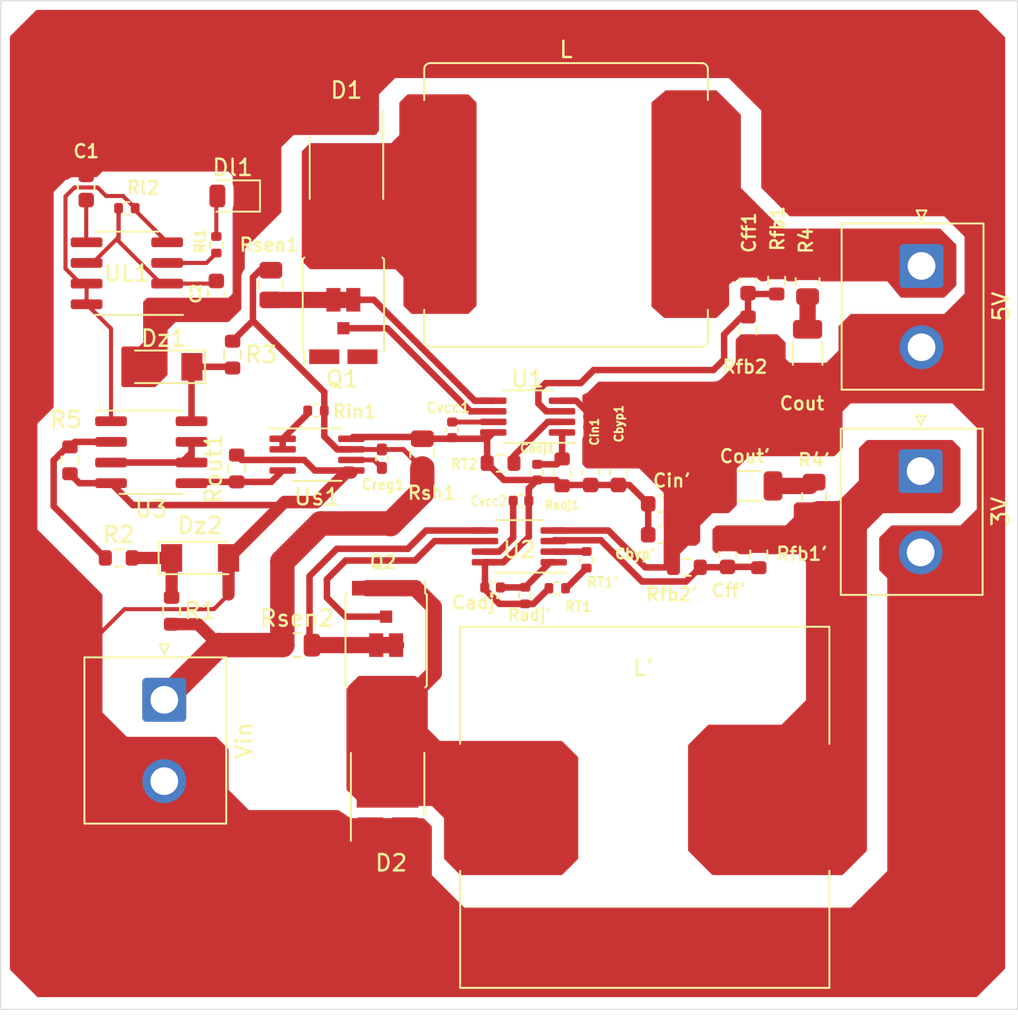
<source format=kicad_pcb>
(kicad_pcb (version 20211014) (generator pcbnew)
  (title_block (title "Template") (date "2022-04-19") (rev "V0") (company "E-Agle TRT"))
  (layers (0 "F.Cu" signal) (31 "B.Cu" signal) (34 "B.Paste" user) (35 "F.Paste" user) (36 "B.SilkS" user "B.Silkscreen") (37 "F.SilkS" user "F.Silkscreen") (38 "B.Mask" user) (39 "F.Mask" user) (44 "Edge.Cuts" user))
  (net 0 "")
  (net 1 "GND")
  (net 2 "Net-(C1-Pad2)")
  (net 3 "Net-(C2-Pad2)")
  (net 4 "Net-(Cadj'1-Pad1)")
  (net 5 "Net-(Cadj1-Pad1)")
  (net 6 "3,3V0,5A")
  (net 7 "FB_2")
  (net 8 "5V3A")
  (net 9 "FB_1")
  (net 10 "Net-(Cout'1-Pad1)")
  (net 11 "Net-(Cout1-Pad1)")
  (net 12 "Vin")
  (net 13 "Net-(Creg1-Pad2)")
  (net 14 "Net-(Cvcc1-Pad2)")
  (net 15 "Net-(Cvcc2-Pad2)")
  (net 16 "Net-(D1-Pad3)")
  (net 17 "Net-(D2-Pad3)")
  (net 18 "Net-(Dl1-Pad2)")
  (net 19 "Net-(Dz1-Pad1)")
  (net 20 "Net-(Dz2-Pad1)")
  (net 21 "GATE_1")
  (net 22 "ISEN_1")
  (net 23 "ISEN_2")
  (net 24 "Net-(R2-Pad1)")
  (net 25 "Net-(Rin1-Pad2)")
  (net 26 "Net-(Rl1-Pad2)")
  (net 27 "/Shunt monitor/Vout")
  (net 28 "Net-(Rout1-Pad1)")
  (net 29 "Net-(RT1'1-Pad1)")
  (net 30 "Net-(RT1'1-Pad2)")
  (net 31 "Net-(RT2-Pad2)")
  (net 32 "GATE_2")
  (net 33 "Net-(U3-Pad3)")
  (net 34 "/Buck controller/Vin_B")
  (footprint "Capacitor_SMD:C_0402_1005Metric" (layer "F.Cu") (at 137.47452 95.97548 -90)
    (fp_text reference "Cadj1")
    (fp_text value "1 nF ")
  )
  (footprint "Capacitor_SMD:C_0402_1005Metric" (layer "F.Cu") (at 132.25 93.375 90)
    (fp_text reference "Cvcc1")
    (fp_text value "0,47 uF")
  )
  (footprint "Resistor_SMD:R_0402_1005Metric" (layer "F.Cu") (at 140.50452 101.364053 90)
    (fp_text reference "RT1'")
    (fp_text value "3,3KΩ")
  )
  (footprint "Resistor_SMD:R_0603_1608Metric" (layer "F.Cu") (at 139.00952 95.99048 -90)
    (fp_text reference "Radj1")
    (fp_text value "1 KΩ")
  )
  (footprint "Inductor_SMD:L_Pulse_PA4344" (layer "F.Cu") (at 139.24952 79.55048)
    (fp_text reference "L")
    (fp_text value "56 uH")
  )
  (footprint "Capacitor_SMD:C_0603_1608Metric" (layer "F.Cu") (at 150.43952 84.20048 -90)
    (fp_text reference "Cff1")
    (fp_text value "1,8 uF")
  )
  (footprint "Package_SO:MSOP-8_3x3mm_P0.65mm" (layer "F.Cu") (at 123.94 94.9)
    (fp_text reference "Us1")
    (fp_text value "LTC6102xMS8")
  )
  (footprint "Resistor_SMD:R_0402_1005Metric" (layer "F.Cu") (at 138.70952 103.114053)
    (fp_text reference "RT1")
    (fp_text value "47KΩ")
  )
  (footprint "Package_SO:MSOP-8_3x3mm_P0.65mm" (layer "F.Cu") (at 136.88952 92.56048 180)
    (fp_text reference "U1")
    (fp_text value "LM25085MM")
  )
  (footprint "Resistor_SMD:R_0603_1608Metric" (layer "F.Cu") (at 111.75 101.25)
    (fp_text reference "R2")
    (fp_text value "560Ω")
  )
  (footprint "Resistor_SMD:R_0603_1608Metric" (layer "F.Cu") (at 119 95.75 90)
    (fp_text reference "Rout1")
    (fp_text value "10KΩ")
  )
  (footprint "Resistor_SMD:R_0603_1608Metric" (layer "F.Cu") (at 150.43952 87.26048 -90)
    (fp_text reference "Rfb2")
    (fp_text value "10KΩ")
  )
  (footprint "Package_SO:MSOP-8_3x3mm_P0.65mm" (layer "F.Cu") (at 136.37952 100.539053 180)
    (fp_text reference "U2")
    (fp_text value "LM25085MM")
  )
  (footprint "Capacitor_SMD:C_0402_1005Metric" (layer "F.Cu") (at 136.48 97.736313 180)
    (fp_text reference "Cvcc2")
    (fp_text value "0,47 uF")
  )
  (footprint "Resistor_SMD:R_0603_1608Metric" (layer "F.Cu") (at 118.75 88.75 -90)
    (fp_text reference "R3")
    (fp_text value "560Ω")
  )
  (footprint "Connector_JST:JST_NV_B02P-NV_1x02_P5.00mm_Vertical" (layer "F.Cu") (at 161.05 95.9125 -90)
    (fp_text reference "3V")
    (fp_text value "JST_NV_B02P-NV_1x02_P5.00mm_Vertical")
  )
  (footprint "Capacitor_SMD:C_0603_1608Metric" (layer "F.Cu") (at 149.175 101.025 -90)
    (fp_text reference "Cff'")
    (fp_text value "0,39 uF")
  )
  (footprint "Resistor_SMD:R_0805_2012Metric" (layer "F.Cu") (at 121.1 84.475 -90)
    (fp_text reference "Rsen1")
    (fp_text value "10mΩ")
  )
  (footprint "Package_TO_SOT_SMD:Nexperia_CFP15_SOT-1289" (layer "F.Cu") (at 125.75 77.28 90)
    (fp_text reference "D1")
    (fp_text value "PMEG040V050EPD")
  )
  (footprint "Capacitor_SMD:C_0402_1005Metric_Pad0.74x0.62mm_HandSolder" (layer "F.Cu") (at 127.9275 95.15 -90)
    (fp_text reference "Creg1")
    (fp_text value "0,1 uF")
  )
  (footprint "Resistor_SMD:R_0402_1005Metric" (layer "F.Cu") (at 117.75 82 -90)
    (fp_text reference "Rl1")
    (fp_text value "330Ω")
  )
  (footprint "Diode_SMD:D_MiniMELF" (layer "F.Cu") (at 116.75 101.25)
    (fp_text reference "Dz2")
    (fp_text value "BZV55B2V4")
  )
  (footprint "Resistor_SMD:R_0603_1608Metric" (layer "F.Cu") (at 108.75 95.25 -90)
    (fp_text reference "R5")
    (fp_text value "100Ω")
  )
  (footprint "Package_DirectFET:DirectFET_MX" (layer "F.Cu") (at 125.56 85.68 90)
    (fp_text reference "Q1")
    (fp_text value "IRF9383M")
  )
  (footprint "Package_SO:SOIC-8_3.9x4.9mm_P1.27mm" (layer "F.Cu") (at 112.25 83.75 180)
    (fp_text reference "UL1")
    (fp_text value "NE555D")
  )
  (footprint "Connector_JST:JST_NV_B02P-NV_1x02_P5.00mm_Vertical" (layer "F.Cu") (at 114.55 109.9725 -90)
    (fp_text reference "Vin")
    (fp_text value "JST_NV_B02P-NV_1x02_P5.00mm_Vertical")
  )
  (footprint "Capacitor_SMD:C_0402_1005Metric" (layer "F.Cu") (at 134.73452 103.064053 180)
    (fp_text reference "Cadj'")
    (fp_text value "1 nF ")
  )
  (footprint "Resistor_SMD:R_0805_2012Metric" (layer "F.Cu") (at 130.4125 94.835 90)
    (fp_text reference "Rsh1")
    (fp_text value "1mΩ")
  )
  (footprint "Capacitor_SMD:C_1206_3216Metric" (layer "F.Cu") (at 150.5 96.825 180)
    (fp_text reference "Cout'")
    (fp_text value "150 nF")
  )
  (footprint "Capacitor_SMD:C_0603_1608Metric" (layer "F.Cu") (at 140.75952 95.99048 90)
    (fp_text reference "Cin1")
    (fp_text value "39uF")
  )
  (footprint "Diode_SMD:D_MiniMELF" (layer "F.Cu") (at 114.5 89.5 180)
    (fp_text reference "Dz1")
    (fp_text value "BZV55B7V5")
  )
  (footprint "Inductor_SMD:L_Wuerth_HCI-2212" (layer "F.Cu") (at 144.09 116.58)
    (fp_text reference "L'")
    (fp_text value "330 uH")
  )
  (footprint "Connector_JST:JST_NV_B02P-NV_1x02_P5.00mm_Vertical" (layer "F.Cu") (at 161.10452 83.29798 -90)
    (fp_text reference "5V")
    (fp_text value "JST_NV_B02P-NV_1x02_P5.00mm_Vertical")
  )
  (footprint "Capacitor_SMD:C_0603_1608Metric" (layer "F.Cu") (at 145.075 99.825)
    (fp_text reference "Cbyp'")
    (fp_text value "1,8 uF")
  )
  (footprint "Resistor_SMD:R_0603_1608Metric" (layer "F.Cu") (at 115 104.5 -90)
    (fp_text reference "R1")
    (fp_text value "560")
  )
  (footprint "Resistor_SMD:R_0402_1005Metric" (layer "F.Cu") (at 123.8775 92.2 180)
    (fp_text reference "Rin1")
    (fp_text value "10Ω")
  )
  (footprint "Resistor_SMD:R_0603_1608Metric" (layer "F.Cu") (at 146.675 101.825 180)
    (fp_text reference "Rfb2'")
    (fp_text value "18KΩ")
  )
  (footprint "Capacitor_SMD:C_0603_1608Metric" (layer "F.Cu") (at 145.075 97.925)
    (fp_text reference "Cin'")
    (fp_text value "3,3uF")
  )
  (footprint "Resistor_SMD:R_0603_1608Metric" (layer "F.Cu") (at 135.22452 95.42548)
    (fp_text reference "RT2")
    (fp_text value "82KΩ")
  )
  (footprint "Resistor_SMD:R_0402_1005Metric" (layer "F.Cu") (at 136.73452 103.564053 -90)
    (fp_text reference "Radj'")
    (fp_text value "180Ω")
  )
  (footprint "Capacitor_SMD:C_0603_1608Metric" (layer "F.Cu") (at 142.46952 95.99048 90)
    (fp_text reference "Cbyp1")
    (fp_text value "3,3 uF")
  )
  (footprint "Capacitor_SMD:C_0603_1608Metric" (layer "F.Cu") (at 109.75 78.475 -90)
    (fp_text reference "C1")
    (fp_text value "10nF")
  )
  (footprint "Resistor_SMD:R_0603_1608Metric" (layer "F.Cu") (at 151.1 101.025 -90)
    (fp_text reference "Rfb1'")
    (fp_text value "12KΩ")
  )
  (footprint "Package_DirectFET:DirectFET_MX" (layer "F.Cu") (at 128.19 106.31 -90)
    (fp_text reference "Q2")
    (fp_text value "IRF9383M")
  )
  (footprint "Capacitor_SMD:C_0603_1608Metric" (layer "F.Cu") (at 117.75 85 90)
    (fp_text reference "C2")
    (fp_text value "1uF")
  )
  (footprint "Resistor_SMD:R_0603_1608Metric" (layer "F.Cu") (at 152.19952 84.2 -90)
    (fp_text reference "Rfb1")
    (fp_text value "3,3KΩ")
  )
  (footprint "Resistor_SMD:R_0805_2012Metric" (layer "F.Cu") (at 154.5 97.5 90)
    (fp_text reference "R4'")
    (fp_text value "1,2 Ω")
  )
  (footprint "Resistor_SMD:R_0805_2012Metric" (layer "F.Cu") (at 154.09952 84.275 -90)
    (fp_text reference "R4")
    (fp_text value "180 mΩ")
  )
  (footprint "Resistor_SMD:R_0402_1005Metric" (layer "F.Cu") (at 112.25 79.75 180)
    (fp_text reference "Rl2")
    (fp_text value "120KΩ")
  )
  (footprint "Resistor_SMD:R_0805_2012Metric" (layer "F.Cu") (at 122.72 106.61)
    (fp_text reference "Rsen2")
    (fp_text value "10mΩ")
  )
  (footprint "Package_SO:SOIC-8_3.9x4.9mm_P1.27mm" (layer "F.Cu") (at 113.75 94.75)
    (fp_text reference "U3")
    (fp_text value "LM358")
  )
  (footprint "Package_TO_SOT_SMD:Nexperia_CFP15_SOT-1289" (layer "F.Cu") (at 128.28 115.14 -90)
    (fp_text reference "D2")
    (fp_text value "PMEG040V050EPD")
  )
  (footprint "Capacitor_SMD:C_1206_3216Metric" (layer "F.Cu") (at 154.1 88.67 -90)
    (fp_text reference "Cout")
    (fp_text value "68 nF")
  )
  (footprint "Diode_SMD:D_0805_2012Metric" (layer "F.Cu") (at 118.75 79 180)
    (fp_text reference "Dl1")
    (fp_text value "LED")
  )
  (gr_line (start 104.5 129) (end 167 129) (layer "Edge.Cuts") (width 0.05))
  (gr_line (start 104.5 67) (end 104.5 129) (layer "Edge.Cuts") (width 0.05))
  (gr_line (start 167 67) (end 104.5 67) (layer "Edge.Cuts") (width 0.05))
  (gr_line (start 167 129) (end 167 67) (layer "Edge.Cuts") (width 0.05))
  (segment (start 145.85 99.825) (end 145.85 101.825) (width 0.3) (layer "F.Cu") (net 1))
  (segment (start 138.49202 99.564053) (end 141.854053 99.564053) (width 0.4) (layer "F.Cu") (net 1))
  (segment (start 144.12 101.83) (end 145.845 101.83) (width 0.4) (layer "F.Cu") (net 1))
  (segment (start 112.62 98) (end 123.9275 98) (width 0.4) (layer "F.Cu") (net 1))
  (segment (start 125.73346 95.99952) (end 126.0525 95.99952) (width 0.75) (layer "F.Cu") (net 1))
  (segment (start 110 106.5) (end 112.10048 104.39952) (width 0.25) (layer "F.Cu") (net 1))
  (segment (start 140.75952 92.474053) (end 140.75952 95.21548) (width 0.4) (layer "F.Cu") (net 1))
  (segment (start 109.33 96.655) (end 108.75 96.075) (width 0.4) (layer "F.Cu") (net 1))
  (segment (start 121.94452 97.80548) (end 123.9275 97.80548) (width 0.75) (layer "F.Cu") (net 1))
  (segment (start 111.275 96.655) (end 112.62 98) (width 0.4) (layer "F.Cu") (net 1))
  (segment (start 139.00202 91.58548) (end 139.870947 91.58548) (width 0.4) (layer "F.Cu") (net 1))
  (segment (start 123.8025 95.875) (end 123.1525 95.225) (width 0.4) (layer "F.Cu") (net 1))
  (segment (start 141.854053 99.564053) (end 144.12 101.83) (width 0.4) (layer "F.Cu") (net 1))
  (segment (start 121.8275 95.225) (end 119.3 95.225) (width 0.4) (layer "F.Cu") (net 1))
  (segment (start 140.75952 95.21548) (end 142.46952 95.21548) (width 0.4) (layer "F.Cu") (net 1))
  (segment (start 126.0525 95.875) (end 123.8025 95.875) (width 0.4) (layer "F.Cu") (net 1))
  (segment (start 118.5 101.25) (end 118.5 103.5) (width 0.75) (layer "F.Cu") (net 1))
  (segment (start 123.9275 98) (end 126.0525 95.875) (width 0.4) (layer "F.Cu") (net 1))
  (segment (start 112.87548 113.29798) (end 112.54798 113.29798) (width 0.25) (layer "F.Cu") (net 1))
  (segment (start 114.55 114.9725) (end 112.87548 113.29798) (width 0.25) (layer "F.Cu") (net 1))
  (segment (start 145.845 101.83) (end 145.85 101.825) (width 0.4) (layer "F.Cu") (net 1))
  (segment (start 110 110.75) (end 110 106.5) (width 0.25) (layer "F.Cu") (net 1))
  (segment (start 119.3 95.225) (end 119 94.925) (width 0.4) (layer "F.Cu") (net 1))
  (segment (start 123.1525 95.225) (end 121.8275 95.225) (width 0.4) (layer "F.Cu") (net 1))
  (segment (start 111.275 96.655) (end 109.33 96.655) (width 0.4) (layer "F.Cu") (net 1))
  (segment (start 118.5 101.25) (end 121.94452 97.80548) (width 0.75) (layer "F.Cu") (net 1))
  (segment (start 112.10048 104.39952) (end 117.60048 104.39952) (width 0.25) (layer "F.Cu") (net 1))
  (segment (start 117.60048 104.39952) (end 118.5 103.5) (width 0.25) (layer "F.Cu") (net 1))
  (segment (start 112.54798 113.29798) (end 110 110.75) (width 0.25) (layer "F.Cu") (net 1))
  (segment (start 139.870947 91.58548) (end 140.75952 92.474053) (width 0.4) (layer "F.Cu") (net 1))
  (segment (start 123.9275 97.80548) (end 125.73346 95.99952) (width 0.75) (layer "F.Cu") (net 1))
  (segment (start 109.75 79.25) (end 109.75 81.82) (width 0.25) (layer "F.Cu") (net 2))
  (segment (start 109.75 81.82) (end 109.775 81.845) (width 0.25) (layer "F.Cu") (net 2))
  (segment (start 114.725 84.385) (end 117.59 84.385) (width 0.25) (layer "F.Cu") (net 3))
  (segment (start 111.74 81.526072) (end 111.74 79.75) (width 0.25) (layer "F.Cu") (net 3))
  (segment (start 110.151072 83.115) (end 111.74 81.526072) (width 0.25) (layer "F.Cu") (net 3))
  (segment (start 109.775 83.115) (end 110.151072 83.115) (width 0.25) (layer "F.Cu") (net 3))
  (segment (start 111.74 81.776072) (end 114.348928 84.385) (width 0.25) (layer "F.Cu") (net 3))
  (segment (start 111.74 79.75) (end 111.74 81.776072) (width 0.25) (layer "F.Cu") (net 3))
  (segment (start 117.59 84.385) (end 117.75 84.225) (width 0.25) (layer "F.Cu") (net 3))
  (segment (start 114.348928 84.385) (end 114.725 84.385) (width 0.25) (layer "F.Cu") (net 3))
  (segment (start 136.72452 103.064053) (end 136.73452 103.054053) (width 0.4) (layer "F.Cu") (net 4))
  (segment (start 138.49202 101.514053) (end 138.27452 101.514053) (width 0.4) (layer "F.Cu") (net 4))
  (segment (start 135.21452 103.064053) (end 136.72452 103.064053) (width 0.4) (layer "F.Cu") (net 4))
  (segment (start 138.27452 101.514053) (end 136.73452 103.054053) (width 0.4) (layer "F.Cu") (net 4))
  (segment (start 139.00952 93.54298) (end 139.00202 93.53548) (width 0.4) (layer "F.Cu") (net 5))
  (segment (start 138.67952 95.49548) (end 139.00952 95.16548) (width 0.4) (layer "F.Cu") (net 5))
  (segment (start 137.47452 95.49548) (end 138.67952 95.49548) (width 0.4) (layer "F.Cu") (net 5))
  (segment (start 139.00952 95.16548) (end 139.00952 93.54298) (width 0.4) (layer "F.Cu") (net 5))
  (segment (start 139.00952 95.16548) (end 139.00952 95.34048) (width 0.4) (layer "F.Cu") (net 5))
  (segment (start 146.62548 102.69952) (end 147.5 101.825) (width 0.4) (layer "F.Cu") (net 7))
  (segment (start 151.05 101.8) (end 151.1 101.85) (width 0.4) (layer "F.Cu") (net 7))
  (segment (start 147.5 101.825) (end 149.15 101.825) (width 0.4) (layer "F.Cu") (net 7))
  (segment (start 149.15 101.825) (end 149.175 101.8) (width 0.4) (layer "F.Cu") (net 7))
  (segment (start 143.922571 102.69952) (end 146.62548 102.69952) (width 0.4) (layer "F.Cu") (net 7))
  (segment (start 141.386624 100.163573) (end 143.922571 102.69952) (width 0.4) (layer "F.Cu") (net 7))
  (segment (start 138.5425 100.163573) (end 141.386624 100.163573) (width 0.4) (layer "F.Cu") (net 7))
  (segment (start 149.175 101.8) (end 151.05 101.8) (width 0.4) (layer "F.Cu") (net 7))
  (segment (start 138.49202 100.214053) (end 138.5425 100.163573) (width 0.4) (layer "F.Cu") (net 7))
  (segment (start 137.54952 90.95048) (end 138 90.5) (width 0.4) (layer "F.Cu") (net 9))
  (segment (start 150.48904 85.025) (end 150.43952 84.97548) (width 0.4) (layer "F.Cu") (net 9))
  (segment (start 148.96952 89.04048) (end 148.96952 87.51048) (width 0.4) (layer "F.Cu") (net 9))
  (segment (start 137.54952 91.752867) (end 137.54952 90.95048) (width 0.4) (layer "F.Cu") (net 9))
  (segment (start 152.19952 85.025) (end 150.48904 85.025) (width 0.4) (layer "F.Cu") (net 9))
  (segment (start 139.00202 92.23548) (end 138.032133 92.23548) (width 0.4) (layer "F.Cu") (net 9))
  (segment (start 140.95048 89.70048) (end 148.30952 89.70048) (width 0.4) (layer "F.Cu") (net 9))
  (segment (start 140.15096 90.5) (end 140.95048 89.70048) (width 0.4) (layer "F.Cu") (net 9))
  (segment (start 150.48952 85.02548) (end 150.43952 84.97548) (width 0.4) (layer "F.Cu") (net 9))
  (segment (start 148.30952 89.70048) (end 148.96952 89.04048) (width 0.4) (layer "F.Cu") (net 9))
  (segment (start 150.04452 86.43548) (end 150.43952 86.43548) (width 0.4) (layer "F.Cu") (net 9))
  (segment (start 138.032133 92.23548) (end 137.54952 91.752867) (width 0.4) (layer "F.Cu") (net 9))
  (segment (start 148.96952 87.51048) (end 150.04452 86.43548) (width 0.4) (layer "F.Cu") (net 9))
  (segment (start 150.43952 84.97548) (end 150.43952 86.43548) (width 0.4) (layer "F.Cu") (net 9))
  (segment (start 138 90.5) (end 140.15096 90.5) (width 0.4) (layer "F.Cu") (net 9))
  (segment (start 151.975 96.825) (end 154.2625 96.825) (width 1) (layer "F.Cu") (net 10))
  (segment (start 154.2625 96.825) (end 154.5 96.5875) (width 1) (layer "F.Cu") (net 10))
  (segment (start 154.09952 85.1875) (end 154.09952 87.19452) (width 1) (layer "F.Cu") (net 11))
  (segment (start 154.09952 87.19452) (end 154.1 87.195) (width 1) (layer "F.Cu") (net 11))
  (segment (start 126.06 94.5825) (end 126.0525 94.575) (width 0.3) (layer "F.Cu") (net 12))
  (segment (start 121.8075 101.4825) (end 124.16 99.13) (width 1.5) (layer "F.Cu") (net 12))
  (segment (start 121.8075 106.61) (end 121.8075 101.4825) (width 1.5) (layer "F.Cu") (net 12))
  (segment (start 128.41 99.13) (end 128.45 99.17) (width 1.5) (layer "F.Cu") (net 12))
  (segment (start 116.6275 105.325) (end 117.9125 106.61) (width 0.75) (layer "F.Cu") (net 12))
  (segment (start 120 84) (end 120.4375 83.5625) (width 0.4) (layer "F.Cu") (net 12))
  (segment (start 124.3875 92.2) (end 124.3875 93.778927) (width 0.4) (layer "F.Cu") (net 12))
  (segment (start 130.4125 97.2075) (end 130.4125 95.7475) (width 1.5) (layer "F.Cu") (net 12))
  (segment (start 118.75 87.925) (end 118.75 87.919022) (width 0.4) (layer "F.Cu") (net 12))
  (segment (start 121.8075 106.61) (end 117.9125 106.61) (width 1.5) (layer "F.Cu") (net 12))
  (segment (start 124.3875 91.056522) (end 120 86.669022) (width 0.4) (layer "F.Cu") (net 12))
  (segment (start 124.16 99.13) (end 128.41 99.13) (width 1.5) (layer "F.Cu") (net 12))
  (segment (start 128.45 99.17) (end 130.4125 97.2075) (width 1.5) (layer "F.Cu") (net 12))
  (segment (start 118.75 87.919022) (end 120 86.669022) (width 0.4) (layer "F.Cu") (net 12))
  (segment (start 124.3875 93.778927) (end 125.183573 94.575) (width 0.4) (layer "F.Cu") (net 12))
  (segment (start 120 86.669022) (end 120 84) (width 0.4) (layer "F.Cu") (net 12))
  (segment (start 129.2475 94.5825) (end 130.4125 95.7475) (width 0.3) (layer "F.Cu") (net 12))
  (segment (start 117.9125 106.61) (end 114.55 109.9725) (width 1.5) (layer "F.Cu") (net 12))
  (segment (start 127.9275 94.5825) (end 126.06 94.5825) (width 0.3) (layer "F.Cu") (net 12))
  (segment (start 125.183573 94.575) (end 126.0525 94.575) (width 0.4) (layer "F.Cu") (net 12))
  (segment (start 127.9275 94.5825) (end 129.2475 94.5825) (width 0.3) (layer "F.Cu") (net 12))
  (segment (start 115 105.325) (end 116.6275 105.325) (width 0.75) (layer "F.Cu") (net 12))
  (segment (start 120.4375 83.5625) (end 121.1 83.5625) (width 0.4) (layer "F.Cu") (net 12))
  (segment (start 124.3875 92.2) (end 124.3875 91.056522) (width 0.4) (layer "F.Cu") (net 12))
  (segment (start 127.9275 95.7175) (end 127.435 95.225) (width 0.3) (layer "F.Cu") (net 13))
  (segment (start 127.435 95.225) (end 126.0525 95.225) (width 0.3) (layer "F.Cu") (net 13))
  (segment (start 134.7675 92.895) (end 134.77702 92.88548) (width 0.3) (layer "F.Cu") (net 14))
  (segment (start 132.25 92.895) (end 134.7675 92.895) (width 0.3) (layer "F.Cu") (net 14))
  (segment (start 134.26702 100.864053) (end 135.135947 100.864053) (width 0.4) (layer "F.Cu") (net 15))
  (segment (start 135.135947 100.864053) (end 136 100) (width 0.4) (layer "F.Cu") (net 15))
  (segment (start 136 97.736313) (end 136 100) (width 0.4) (layer "F.Cu") (net 15))
  (segment (start 127.015 103.11) (end 129.365 103.11) (width 1) (layer "F.Cu") (net 17))
  (segment (start 131.12 108.33) (end 129.94 109.51) (width 1) (layer "F.Cu") (net 17))
  (segment (start 127.015 109.51) (end 129.365 109.51) (width 1) (layer "F.Cu") (net 17))
  (segment (start 131.12 104.25) (end 131.12 108.33) (width 1) (layer "F.Cu") (net 17))
  (segment (start 129.98 103.11) (end 131.12 104.25) (width 1) (layer "F.Cu") (net 17))
  (segment (start 129.94 109.51) (end 129.365 109.51) (width 1) (layer "F.Cu") (net 17))
  (segment (start 129.365 103.11) (end 129.98 103.11) (width 1) (layer "F.Cu") (net 17))
  (segment (start 117.75 79.0625) (end 117.8125 79) (width 0.25) (layer "F.Cu") (net 18))
  (segment (start 117.75 81.49) (end 117.75 79.0625) (width 0.25) (layer "F.Cu") (net 18))
  (segment (start 118.675 89.5) (end 118.75 89.575) (width 0.4) (layer "F.Cu") (net 19))
  (segment (start 116.225 92.845) (end 116.225 89.525) (width 0.4) (layer "F.Cu") (net 19))
  (segment (start 116.225 89.525) (end 116.25 89.5) (width 0.4) (layer "F.Cu") (net 19))
  (segment (start 116.25 89.5) (end 118.675 89.5) (width 0.4) (layer "F.Cu") (net 19))
  (segment (start 112.575 101.25) (end 115 101.25) (width 0.75) (layer "F.Cu") (net 20))
  (segment (start 115 103.675) (end 115 101.25) (width 0.75) (layer "F.Cu") (net 20))
  (segment (start 128.255 87.13) (end 125.56 87.13) (width 0.4) (layer "F.Cu") (net 21))
  (segment (start 134.77702 92.23548) (end 133.36048 92.23548) (width 0.4) (layer "F.Cu") (net 21))
  (segment (start 133.36048 92.23548) (end 128.255 87.13) (width 0.4) (layer "F.Cu") (net 21))
  (segment (start 126.1625 85.3875) (end 126.17 85.38) (width 1) (layer "F.Cu") (net 22))
  (segment (start 127.43 85.38) (end 133.63548 91.58548) (width 0.4) (layer "F.Cu") (net 22))
  (segment (start 121.1 85.3875) (end 126.1625 85.3875) (width 1) (layer "F.Cu") (net 22))
  (segment (start 126.17 85.38) (end 127.43 85.38) (width 0.4) (layer "F.Cu") (net 22))
  (segment (start 124.95 85.38) (end 126.17 85.38) (width 0.4) (layer "F.Cu") (net 22))
  (segment (start 124.9325 85.3975) (end 124.95 85.38) (width 0.4) (layer "F.Cu") (net 22))
  (segment (start 133.63548 91.58548) (end 134.77702 91.58548) (width 0.4) (layer "F.Cu") (net 22))
  (segment (start 130.645947 99.564053) (end 129.52 100.69) (width 0.4) (layer "F.Cu") (net 23))
  (segment (start 128.8 106.61) (end 128.48 106.61) (width 1) (layer "F.Cu") (net 23))
  (segment (start 123.48 102.37) (end 123.48 106.4575) (width 0.4) (layer "F.Cu") (net 23))
  (segment (start 134.26702 99.564053) (end 130.645947 99.564053) (width 0.4) (layer "F.Cu") (net 23))
  (segment (start 123.6325 106.61) (end 128.48 106.61) (width 1) (layer "F.Cu") (net 23))
  (segment (start 129.52 100.69) (end 125.16 100.69) (width 0.4) (layer "F.Cu") (net 23))
  (segment (start 123.48 106.4575) (end 123.6325 106.61) (width 0.4) (layer "F.Cu") (net 23))
  (segment (start 125.16 100.69) (end 123.48 102.37) (width 0.4) (layer "F.Cu") (net 23))
  (segment (start 128.48 106.61) (end 127.58 106.61) (width 1) (layer "F.Cu") (net 23))
  (segment (start 109.06 94.115) (end 108.75 94.425) (width 0.4) (layer "F.Cu") (net 24))
  (segment (start 108.575 94.425) (end 108.75 94.425) (width 0.4) (layer "F.Cu") (net 24))
  (segment (start 110.925 101.25) (end 107.75 98.075) (width 0.4) (layer "F.Cu") (net 24))
  (segment (start 107.75 95.25) (end 108.575 94.425) (width 0.4) (layer "F.Cu") (net 24))
  (segment (start 107.75 98.075) (end 107.75 95.25) (width 0.4) (layer "F.Cu") (net 24))
  (segment (start 111.275 94.115) (end 109.06 94.115) (width 0.4) (layer "F.Cu") (net 24))
  (segment (start 123.3675 92.2) (end 123.3675 92.385) (width 0.4) (layer "F.Cu") (net 25))
  (segment (start 121.8275 93.925) (end 121.8275 94.575) (width 0.4) (layer "F.Cu") (net 25))
  (segment (start 123.3675 92.385) (end 121.8275 93.925) (width 0.4) (layer "F.Cu") (net 25))
  (segment (start 114.725 83.115) (end 117.145 83.115) (width 0.25) (layer "F.Cu") (net 26))
  (segment (start 117.145 83.115) (end 117.75 82.51) (width 0.25) (layer "F.Cu") (net 26))
  (segment (start 112.76 79.75) (end 112.01 79) (width 0.25) (layer "F.Cu") (net 27))
  (segment (start 110.449408 78.47548) (end 109.02452 78.47548) (width 0.25) (layer "F.Cu") (net 27))
  (segment (start 108.47548 83.461552) (end 109.398928 84.385) (width 0.25) (layer "F.Cu") (net 27))
  (segment (start 112.76 79.88) (end 114.725 81.845) (width 0.25) (layer "F.Cu") (net 27))
  (segment (start 112.76 79.75) (end 112.76 79.88) (width 0.25) (layer "F.Cu") (net 27))
  (segment (start 110.973928 79) (end 110.449408 78.47548) (width 0.25) (layer "F.Cu") (net 27))
  (segment (start 108.47548 79.02452) (end 108.47548 83.461552) (width 0.25) (layer "F.Cu") (net 27))
  (segment (start 109.02452 78.47548) (end 108.47548 79.02452) (width 0.25) (layer "F.Cu") (net 27))
  (segment (start 109.398928 84.385) (end 109.775 84.385) (width 0.25) (layer "F.Cu") (net 27))
  (segment (start 111.275 87.155) (end 109.775 85.655) (width 0.25) (layer "F.Cu") (net 27))
  (segment (start 112.01 79) (end 110.973928 79) (width 0.25) (layer "F.Cu") (net 27))
  (segment (start 109.775 85.655) (end 109.775 84.385) (width 0.25) (layer "F.Cu") (net 27))
  (segment (start 111.275 92.845) (end 111.275 87.155) (width 0.25) (layer "F.Cu") (net 27))
  (segment (start 119 96.575) (end 116.305 96.575) (width 0.4) (layer "F.Cu") (net 28))
  (segment (start 121.1275 96.575) (end 121.8275 95.875) (width 0.4) (layer "F.Cu") (net 28))
  (segment (start 119 96.575) (end 121.1275 96.575) (width 0.4) (layer "F.Cu") (net 28))
  (segment (start 116.305 96.575) (end 116.225 96.655) (width 0.4) (layer "F.Cu") (net 28))
  (segment (start 139.21952 103.114053) (end 139.26452 103.114053) (width 0.4) (layer "F.Cu") (net 29))
  (segment (start 139.26452 103.114053) (end 140.50452 101.874053) (width 0.4) (layer "F.Cu") (net 29))
  (segment (start 138.49202 100.864053) (end 140.49452 100.864053) (width 0.4) (layer "F.Cu") (net 30))
  (segment (start 138.133093 92.88548) (end 139.00202 92.88548) (width 0.4) (layer "F.Cu") (net 31))
  (segment (start 136.04952 94.969053) (end 138.133093 92.88548) (width 0.4) (layer "F.Cu") (net 31))
  (segment (start 136.04952 95.42548) (end 136.04952 94.969053) (width 0.4) (layer "F.Cu") (net 31))
  (segment (start 124.55 102.56) (end 125.7 101.41) (width 0.4) (layer "F.Cu") (net 32))
  (segment (start 131.165947 100.214053) (end 134.26702 100.214053) (width 0.4) (layer "F.Cu") (net 32))
  (segment (start 124.55 103.7) (end 124.55 102.56) (width 0.4) (layer "F.Cu") (net 32))
  (segment (start 129.97 101.41) (end 131.165947 100.214053) (width 0.4) (layer "F.Cu") (net 32))
  (segment (start 125.71 104.86) (end 124.55 103.7) (width 0.4) (layer "F.Cu") (net 32))
  (segment (start 128.19 104.86) (end 125.71 104.86) (width 0.4) (layer "F.Cu") (net 32))
  (segment (start 125.7 101.41) (end 129.97 101.41) (width 0.4) (layer "F.Cu") (net 32))
  (segment (start 115.615 95.385) (end 116.225 94.775) (width 0.4) (layer "F.Cu") (net 33))
  (segment (start 116.225 94.115) (end 116.225 94.775) (width 0.4) (layer "F.Cu") (net 33))
  (segment (start 116.225 94.775) (end 116.225 95.385) (width 0.4) (layer "F.Cu") (net 33))
  (segment (start 116.225 95.385) (end 111.275 95.385) (width 0.4) (layer "F.Cu") (net 33))
  (segment (start 111.275 95.385) (end 115.615 95.385) (width 0.4) (layer "F.Cu") (net 33))
  (segment (start 134.26702 103.051553) (end 134.25452 103.064053) (width 0.4) (layer "F.Cu") (net 34))
  (segment (start 139.05952 96.76548) (end 139.00952 96.81548) (width 0.4) (layer "F.Cu") (net 34))
  (segment (start 136.96 97.736313) (end 136.96 99.958573) (width 0.4) (layer "F.Cu") (net 34))
  (segment (start 138.19952 103.114053) (end 137.23952 104.074053) (width 0.4) (layer "F.Cu") (net 34))
  (segment (start 144.3 99.825) (end 144.3 97.925) (width 0.4) (layer "F.Cu") (net 34))
  (segment (start 134.25452 103.177049) (end 134.25452 103.064053) (width 0.4) (layer "F.Cu") (net 34))
  (segment (start 134.39952 95.42548) (end 135.42952 96.45548) (width 0.4) (layer "F.Cu") (net 34))
  (segment (start 137.23952 104.074053) (end 136.73452 104.074053) (width 0.4) (layer "F.Cu") (net 34))
  (segment (start 135.42952 96.45548) (end 137.47452 96.45548) (width 0.4) (layer "F.Cu") (net 34))
  (segment (start 140.75952 96.76548) (end 139.05952 96.76548) (width 0.4) (layer "F.Cu") (net 34))
  (segment (start 135.151524 104.074053) (end 134.25452 103.177049) (width 0.4) (layer "F.Cu") (net 34))
  (segment (start 136.96 96.97) (end 137.47452 96.45548) (width 0.4) (layer "F.Cu") (net 34))
  (segment (start 136.96 97.736313) (end 136.96 96.97) (width 0.4) (layer "F.Cu") (net 34))
  (segment (start 134.39952 93.93202) (end 134.39 93.9225) (width 0.4) (layer "F.Cu") (net 34))
  (segment (start 130.30548 93.81548) (end 130.4125 93.9225) (width 0.4) (layer "F.Cu") (net 34))
  (segment (start 137.47452 96.45548) (end 138.64952 96.45548) (width 0.4) (layer "F.Cu") (net 34))
  (segment (start 134.26702 101.514053) (end 134.26702 103.051553) (width 0.4) (layer "F.Cu") (net 34))
  (segment (start 134.26702 101.514053) (end 135.40452 101.514053) (width 0.4) (layer "F.Cu") (net 34))
  (segment (start 134.77702 93.53548) (end 134.39 93.9225) (width 0.4) (layer "F.Cu") (net 34))
  (segment (start 130.4125 93.9225) (end 134.39 93.9225) (width 0.4) (layer "F.Cu") (net 34))
  (segment (start 126.16202 93.81548) (end 130.30548 93.81548) (width 0.4) (layer "F.Cu") (net 34))
  (segment (start 135.40452 101.514053) (end 136.96 99.958573) (width 0.4) (layer "F.Cu") (net 34))
  (segment (start 143.14048 96.76548) (end 144.3 97.925) (width 0.4) (layer "F.Cu") (net 34))
  (segment (start 140.75952 96.76548) (end 142.46952 96.76548) (width 0.4) (layer "F.Cu") (net 34))
  (segment (start 136.73452 104.074053) (end 135.151524 104.074053) (width 0.4) (layer "F.Cu") (net 34))
  (segment (start 138.64952 96.45548) (end 139.00952 96.81548) (width 0.4) (layer "F.Cu") (net 34))
  (segment (start 142.46952 96.76548) (end 143.14048 96.76548) (width 0.4) (layer "F.Cu") (net 34))
  (segment (start 134.39952 95.42548) (end 134.39952 93.93202) (width 0.4) (layer "F.Cu") (net 34))
  (segment (start 126.0525 93.925) (end 126.16202 93.81548) (width 0.4) (layer "F.Cu") (net 34))
  (zone (net 17) (net_name "Net-(D2-Pad3)") (layer "F.Cu") (connect_pads yes (clearance 0.508)) (min_thickness 0.254) (fill yes (thermal_gap 0.508) (thermal_bridge_width 0.508))
    (polygon (pts (xy 130.75 109.25) (xy 130.75 111.75) (xy 131.5 112.5) (xy 139 112.5) (xy 140 113.5) (xy 140 119.75) (xy 139 120.75) (xy 132.75 120.75) (xy 131.75 119.75) (xy 131.75 117.25) (xy 131 116.5) (xy 126.75 116.5) (xy 125.75 115.5) (xy 125.75 109.25) (xy 126.5 108.5) (xy 130 108.5)))
  )
  (zone (net 6) (net_name "3,3V0,5A") (layer "F.Cu") (connect_pads yes (clearance 0.508)) (min_thickness 0.254) (fill yes (thermal_gap 0.508) (thermal_bridge_width 0.508))
    (polygon (pts (xy 163.5 94.5) (xy 163.5 98) (xy 163 98.5) (xy 158.75 98.5) (xy 157.75 99.5) (xy 157.75 119.25) (xy 156.25 120.75) (xy 148.25 120.75) (xy 146.75 119.25) (xy 146.75 112.75) (xy 148 111.5) (xy 152.5 111.5) (xy 154 110) (xy 154 101.5) (xy 153.525 101.025) (xy 148.5 101.025) (xy 148.25 100.75) (xy 148.25 99.5) (xy 148.5 99.25) (xy 152.75 99.25) (xy 153.25 98.75) (xy 153.25 98) (xy 153.5 97.75) (xy 156 97.75) (xy 157.25 96.5) (xy 157.25 94.5) (xy 157.75 94) (xy 163 94)))
  )
  (zone (net 16) (net_name "Net-(D1-Pad3)") (layer "F.Cu") (connect_pads yes (clearance 0.508)) (min_thickness 0.254) (fill yes (thermal_gap 0.508) (thermal_bridge_width 0.508))
    (polygon (pts (xy 133.75 73.25) (xy 133.75 85.75) (xy 133.25 86.25) (xy 129.75 86.25) (xy 129.25 85.75) (xy 129.25 84) (xy 128.75 83.5) (xy 123.5 83.5) (xy 123 83) (xy 123 76.25) (xy 123.5 75.75) (xy 128.5 75.75) (xy 129 75.25) (xy 129 73.25) (xy 129.5 72.75) (xy 133.25 72.75)))
  )
  (zone (net 8) (net_name "5V3A") (layer "F.Cu") (connect_pads yes (clearance 0.508)) (min_thickness 0.254) (fill yes (thermal_gap 0.508) (thermal_bridge_width 0.508))
    (polygon (pts (xy 150 74) (xy 150 78.5) (xy 152.5 81) (xy 158.75 81) (xy 159.75452 81) (xy 162.25 81) (xy 163.25 82) (xy 163.25 84.5) (xy 162.5 85.25) (xy 159.82952 85.25) (xy 159 84.25) (xy 149.5 84.25) (xy 149.271834 84.454979) (xy 149.27952 85.20048) (xy 149.27952 85.72548) (xy 148.5 86.5) (xy 145.27952 86.5) (xy 144.5 85.80048) (xy 144.5 73.25) (xy 145.37952 72.5) (xy 148.5 72.5)))
  )
  (zone (net 1) (net_name "GND") (layer "F.Cu") (connect_pads yes (clearance 0.508)) (min_thickness 0.254) (fill yes (thermal_gap 0.508) (thermal_bridge_width 0.508))
    (polygon (pts (xy 166.25 69.25) (xy 166.25 126.5) (xy 164.5 128.25) (xy 106.75 128.25) (xy 105 126.5) (xy 105 69.25) (xy 106.75 67.5) (xy 164.5 67.5)))
    (polygon (pts (xy 128.75 71.75) (xy 127.75 72.75) (xy 127.75 75) (xy 127.5 75.25) (xy 122.5 75.25) (xy 121.75 76) (xy 121.75 80) (xy 119.5 82.25) (xy 119.5 85.75) (xy 118.5 86.75) (xy 115.25 86.75) (xy 114.75 87.25) (xy 114.75 90) (xy 114 90.75) (xy 112 90.75) (xy 111.75 90.5) (xy 111.75 88.5) (xy 112 88.25) (xy 113 88.25) (xy 113.25 88) (xy 113.25 85.5) (xy 113.5 85.25) (xy 118.5 85.25) (xy 118.75 85) (xy 118.75 77.75) (xy 118.5 77.5) (xy 110.75 77.5) (xy 110.25 78) (xy 108.5 78) (xy 107.75 78.75) (xy 107.75 92) (xy 106.75 93) (xy 106.75 99.5) (xy 110.75 103.5) (xy 110.75 110.75) (xy 112.25 112.25) (xy 117.75 112.25) (xy 118.5 113) (xy 118.5 115.5) (xy 119.75 116.75) (xy 125.25 116.75) (xy 126 117.25) (xy 130.5 117.25) (xy 131 117.75) (xy 131 120.75) (xy 133 122.75) (xy 156.75 122.75) (xy 159 120.5) (xy 159 102.5) (xy 158.5 102) (xy 158.5 100) (xy 159.25 99.25) (xy 163.5 99.25) (xy 164.5 98.25) (xy 164.5 93.25) (xy 163 91.75) (xy 156.75 91.75) (xy 156.25 92.25) (xy 156.25 94.5) (xy 155.75 95) (xy 150.5 95) (xy 149.75 95.75) (xy 149.75 98) (xy 149.25 98.5) (xy 148.25 98.5) (xy 147.5 99.25) (xy 147.5 100.25) (xy 147.25 100.5) (xy 146.75 100.5) (xy 146.25 101) (xy 146.25 102) (xy 146 102.25) (xy 145.5 102.25) (xy 145.25 102) (xy 145.25 97.25) (xy 143.75 95.75) (xy 140.5 95.75) (xy 140.25 95.5) (xy 140.25 91.25) (xy 141.25 90.25) (xy 148.5 90.25) (xy 149.5 89.25) (xy 149.5 88) (xy 150 87.5) (xy 152.25 87.5) (xy 152.75 88) (xy 152.75 89) (xy 153 89.25) (xy 155.25 89.25) (xy 156 88.5) (xy 156 87) (xy 156.75 86.25) (xy 162.5 86.25) (xy 163.75 85) (xy 163.75 81.5) (xy 162.5 80.25) (xy 153 80.25) (xy 151.25 78.5) (xy 151.25 73.75) (xy 149.25 71.75)))
  )
)
</source>
